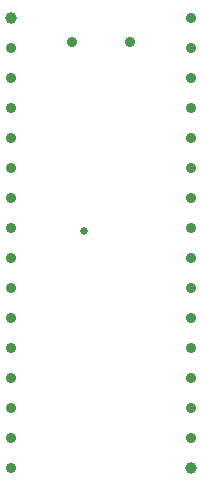
<source format=gbr>
G04 Generated by Ultiboard 14.1 *
%FSLAX24Y24*%
%MOIN*%

%ADD10C,0.0001*%
%ADD11C,0.0250*%
%ADD12C,0.0350*%
%ADD13C,0.0392*%


G04 ColorRGB 000000 for the following layer *
%LNDrill-Copper Top-Copper Bottom*%
%LPD*%
G54D11*
X3200Y8900D03*
G54D12*
X6750Y13000D03*
X6750Y5000D03*
X6750Y2000D03*
X6750Y4000D03*
X6750Y3000D03*
X6750Y8000D03*
X6750Y7000D03*
X6750Y6000D03*
X6750Y10000D03*
X6750Y9000D03*
X6750Y11000D03*
X6750Y15000D03*
X6750Y12000D03*
X6750Y14000D03*
X6750Y16000D03*
X750Y12000D03*
X750Y15000D03*
X750Y13000D03*
X750Y14000D03*
X750Y9000D03*
X750Y10000D03*
X750Y11000D03*
X750Y7000D03*
X750Y8000D03*
X750Y6000D03*
X750Y2000D03*
X750Y4000D03*
X750Y5000D03*
X750Y3000D03*
X750Y1000D03*
X2800Y15200D03*
X4717Y15200D03*
G54D13*
X6750Y1000D03*
X750Y16000D03*

M02*

</source>
